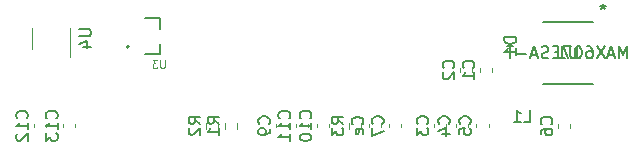
<source format=gbr>
%TF.GenerationSoftware,KiCad,Pcbnew,(5.1.9)-1*%
%TF.CreationDate,2021-03-01T22:37:49-08:00*%
%TF.ProjectId,SD1326_I2C_breakout,53443133-3236-45f4-9932-435f62726561,0.1b*%
%TF.SameCoordinates,Original*%
%TF.FileFunction,Legend,Bot*%
%TF.FilePolarity,Positive*%
%FSLAX46Y46*%
G04 Gerber Fmt 4.6, Leading zero omitted, Abs format (unit mm)*
G04 Created by KiCad (PCBNEW (5.1.9)-1) date 2021-03-01 22:37:49*
%MOMM*%
%LPD*%
G01*
G04 APERTURE LIST*
%ADD10C,0.120000*%
%ADD11C,0.200000*%
%ADD12C,0.127000*%
%ADD13C,0.152400*%
%ADD14C,0.150000*%
%ADD15C,0.015000*%
G04 APERTURE END LIST*
D10*
%TO.C,C13*%
X77220000Y-37343733D02*
X77220000Y-37636267D01*
X76200000Y-37343733D02*
X76200000Y-37636267D01*
%TO.C,U4*%
X76820000Y-29190000D02*
X76820000Y-31640000D01*
X73600000Y-30990000D02*
X73600000Y-29190000D01*
D11*
%TO.C,U3*%
X81780000Y-30820000D02*
G75*
G03*
X81780000Y-30820000I-100000J0D01*
G01*
D12*
X84430000Y-28365000D02*
X84430000Y-29280000D01*
X84430000Y-31445000D02*
X84430000Y-30530000D01*
X83130000Y-28365000D02*
X84430000Y-28365000D01*
X83130000Y-31445000D02*
X84430000Y-31445000D01*
D13*
%TO.C,U1*%
X116810448Y-28696100D02*
X121052248Y-28696100D01*
X121052248Y-33953900D02*
X116810448Y-33953900D01*
D10*
%TO.C,R3*%
X101432500Y-37247776D02*
X101432500Y-37757224D01*
X100387500Y-37247776D02*
X100387500Y-37757224D01*
%TO.C,R2*%
X89332500Y-37235276D02*
X89332500Y-37744724D01*
X88287500Y-37235276D02*
X88287500Y-37744724D01*
%TO.C,R1*%
X90932500Y-37235276D02*
X90932500Y-37744724D01*
X89887500Y-37235276D02*
X89887500Y-37744724D01*
%TO.C,C12*%
X74720000Y-37343733D02*
X74720000Y-37636267D01*
X73700000Y-37343733D02*
X73700000Y-37636267D01*
%TO.C,C11*%
X96920000Y-37343733D02*
X96920000Y-37636267D01*
X95900000Y-37343733D02*
X95900000Y-37636267D01*
%TO.C,C10*%
X98720000Y-37343733D02*
X98720000Y-37636267D01*
X97700000Y-37343733D02*
X97700000Y-37636267D01*
%TO.C,C9*%
X95220000Y-37343733D02*
X95220000Y-37636267D01*
X94200000Y-37343733D02*
X94200000Y-37636267D01*
%TO.C,Ce*%
X103120000Y-37343733D02*
X103120000Y-37636267D01*
X102100000Y-37343733D02*
X102100000Y-37636267D01*
%TO.C,C7*%
X104820000Y-37343733D02*
X104820000Y-37636267D01*
X103800000Y-37343733D02*
X103800000Y-37636267D01*
%TO.C,C6*%
X119120000Y-37381233D02*
X119120000Y-37673767D01*
X118100000Y-37381233D02*
X118100000Y-37673767D01*
%TO.C,C5*%
X112220000Y-37343733D02*
X112220000Y-37636267D01*
X111200000Y-37343733D02*
X111200000Y-37636267D01*
%TO.C,C4*%
X110450000Y-37343733D02*
X110450000Y-37636267D01*
X109430000Y-37343733D02*
X109430000Y-37636267D01*
%TO.C,C3*%
X108620000Y-37343733D02*
X108620000Y-37636267D01*
X107600000Y-37343733D02*
X107600000Y-37636267D01*
%TO.C,C2*%
X110820000Y-32606233D02*
X110820000Y-32898767D01*
X109800000Y-32606233D02*
X109800000Y-32898767D01*
%TO.C,C1*%
X112520000Y-32606233D02*
X112520000Y-32898767D01*
X111500000Y-32606233D02*
X111500000Y-32898767D01*
%TO.C,C13*%
D14*
X75637142Y-36847142D02*
X75684761Y-36799523D01*
X75732380Y-36656666D01*
X75732380Y-36561428D01*
X75684761Y-36418571D01*
X75589523Y-36323333D01*
X75494285Y-36275714D01*
X75303809Y-36228095D01*
X75160952Y-36228095D01*
X74970476Y-36275714D01*
X74875238Y-36323333D01*
X74780000Y-36418571D01*
X74732380Y-36561428D01*
X74732380Y-36656666D01*
X74780000Y-36799523D01*
X74827619Y-36847142D01*
X75732380Y-37799523D02*
X75732380Y-37228095D01*
X75732380Y-37513809D02*
X74732380Y-37513809D01*
X74875238Y-37418571D01*
X74970476Y-37323333D01*
X75018095Y-37228095D01*
X74732380Y-38132857D02*
X74732380Y-38751904D01*
X75113333Y-38418571D01*
X75113333Y-38561428D01*
X75160952Y-38656666D01*
X75208571Y-38704285D01*
X75303809Y-38751904D01*
X75541904Y-38751904D01*
X75637142Y-38704285D01*
X75684761Y-38656666D01*
X75732380Y-38561428D01*
X75732380Y-38275714D01*
X75684761Y-38180476D01*
X75637142Y-38132857D01*
%TO.C,U4*%
X77562380Y-29328095D02*
X78371904Y-29328095D01*
X78467142Y-29375714D01*
X78514761Y-29423333D01*
X78562380Y-29518571D01*
X78562380Y-29709047D01*
X78514761Y-29804285D01*
X78467142Y-29851904D01*
X78371904Y-29899523D01*
X77562380Y-29899523D01*
X77895714Y-30804285D02*
X78562380Y-30804285D01*
X77514761Y-30566190D02*
X78229047Y-30328095D01*
X78229047Y-30947142D01*
%TO.C,U3*%
D15*
X84799619Y-31960923D02*
X84799619Y-32479019D01*
X84769142Y-32539971D01*
X84738666Y-32570447D01*
X84677714Y-32600923D01*
X84555809Y-32600923D01*
X84494857Y-32570447D01*
X84464380Y-32539971D01*
X84433904Y-32479019D01*
X84433904Y-31960923D01*
X84190095Y-31960923D02*
X83793904Y-31960923D01*
X84007238Y-32204733D01*
X83915809Y-32204733D01*
X83854857Y-32235209D01*
X83824380Y-32265685D01*
X83793904Y-32326638D01*
X83793904Y-32479019D01*
X83824380Y-32539971D01*
X83854857Y-32570447D01*
X83915809Y-32600923D01*
X84098666Y-32600923D01*
X84159619Y-32570447D01*
X84190095Y-32539971D01*
%TO.C,U1*%
D14*
X119693252Y-30777380D02*
X119693252Y-31586904D01*
X119645633Y-31682142D01*
X119598014Y-31729761D01*
X119502776Y-31777380D01*
X119312300Y-31777380D01*
X119217062Y-31729761D01*
X119169443Y-31682142D01*
X119121824Y-31586904D01*
X119121824Y-30777380D01*
X118121824Y-31777380D02*
X118693252Y-31777380D01*
X118407538Y-31777380D02*
X118407538Y-30777380D01*
X118502776Y-30920238D01*
X118598014Y-31015476D01*
X118693252Y-31063095D01*
X123955157Y-31777380D02*
X123955157Y-30777380D01*
X123621824Y-31491666D01*
X123288490Y-30777380D01*
X123288490Y-31777380D01*
X122859919Y-31491666D02*
X122383728Y-31491666D01*
X122955157Y-31777380D02*
X122621824Y-30777380D01*
X122288490Y-31777380D01*
X122050395Y-30777380D02*
X121383728Y-31777380D01*
X121383728Y-30777380D02*
X122050395Y-31777380D01*
X120574205Y-30777380D02*
X120764681Y-30777380D01*
X120859919Y-30825000D01*
X120907538Y-30872619D01*
X121002776Y-31015476D01*
X121050395Y-31205952D01*
X121050395Y-31586904D01*
X121002776Y-31682142D01*
X120955157Y-31729761D01*
X120859919Y-31777380D01*
X120669443Y-31777380D01*
X120574205Y-31729761D01*
X120526586Y-31682142D01*
X120478967Y-31586904D01*
X120478967Y-31348809D01*
X120526586Y-31253571D01*
X120574205Y-31205952D01*
X120669443Y-31158333D01*
X120859919Y-31158333D01*
X120955157Y-31205952D01*
X121002776Y-31253571D01*
X121050395Y-31348809D01*
X119859919Y-30777380D02*
X119764681Y-30777380D01*
X119669443Y-30825000D01*
X119621824Y-30872619D01*
X119574205Y-30967857D01*
X119526586Y-31158333D01*
X119526586Y-31396428D01*
X119574205Y-31586904D01*
X119621824Y-31682142D01*
X119669443Y-31729761D01*
X119764681Y-31777380D01*
X119859919Y-31777380D01*
X119955157Y-31729761D01*
X120002776Y-31682142D01*
X120050395Y-31586904D01*
X120098014Y-31396428D01*
X120098014Y-31158333D01*
X120050395Y-30967857D01*
X120002776Y-30872619D01*
X119955157Y-30825000D01*
X119859919Y-30777380D01*
X119193252Y-30777380D02*
X118526586Y-30777380D01*
X118955157Y-31777380D01*
X118145633Y-31253571D02*
X117812300Y-31253571D01*
X117669443Y-31777380D02*
X118145633Y-31777380D01*
X118145633Y-30777380D01*
X117669443Y-30777380D01*
X117288490Y-31729761D02*
X117145633Y-31777380D01*
X116907538Y-31777380D01*
X116812300Y-31729761D01*
X116764681Y-31682142D01*
X116717062Y-31586904D01*
X116717062Y-31491666D01*
X116764681Y-31396428D01*
X116812300Y-31348809D01*
X116907538Y-31301190D01*
X117098014Y-31253571D01*
X117193252Y-31205952D01*
X117240871Y-31158333D01*
X117288490Y-31063095D01*
X117288490Y-30967857D01*
X117240871Y-30872619D01*
X117193252Y-30825000D01*
X117098014Y-30777380D01*
X116859919Y-30777380D01*
X116717062Y-30825000D01*
X116336109Y-31491666D02*
X115859919Y-31491666D01*
X116431348Y-31777380D02*
X116098014Y-30777380D01*
X115764681Y-31777380D01*
X115431348Y-31396428D02*
X114669443Y-31396428D01*
X114336109Y-30777380D02*
X113764681Y-30777380D01*
X114050395Y-31777380D02*
X114050395Y-30777380D01*
X121906698Y-27196780D02*
X121906698Y-27434876D01*
X122144793Y-27339638D02*
X121906698Y-27434876D01*
X121668602Y-27339638D01*
X122049555Y-27625352D02*
X121906698Y-27434876D01*
X121763840Y-27625352D01*
X121906698Y-27196780D02*
X121906698Y-27434876D01*
X122144793Y-27339638D02*
X121906698Y-27434876D01*
X121668602Y-27339638D01*
X122049555Y-27625352D02*
X121906698Y-27434876D01*
X121763840Y-27625352D01*
%TO.C,R3*%
X99932380Y-37335833D02*
X99456190Y-37002500D01*
X99932380Y-36764404D02*
X98932380Y-36764404D01*
X98932380Y-37145357D01*
X98980000Y-37240595D01*
X99027619Y-37288214D01*
X99122857Y-37335833D01*
X99265714Y-37335833D01*
X99360952Y-37288214D01*
X99408571Y-37240595D01*
X99456190Y-37145357D01*
X99456190Y-36764404D01*
X98932380Y-37669166D02*
X98932380Y-38288214D01*
X99313333Y-37954880D01*
X99313333Y-38097738D01*
X99360952Y-38192976D01*
X99408571Y-38240595D01*
X99503809Y-38288214D01*
X99741904Y-38288214D01*
X99837142Y-38240595D01*
X99884761Y-38192976D01*
X99932380Y-38097738D01*
X99932380Y-37812023D01*
X99884761Y-37716785D01*
X99837142Y-37669166D01*
%TO.C,R2*%
X87832380Y-37323333D02*
X87356190Y-36990000D01*
X87832380Y-36751904D02*
X86832380Y-36751904D01*
X86832380Y-37132857D01*
X86880000Y-37228095D01*
X86927619Y-37275714D01*
X87022857Y-37323333D01*
X87165714Y-37323333D01*
X87260952Y-37275714D01*
X87308571Y-37228095D01*
X87356190Y-37132857D01*
X87356190Y-36751904D01*
X86927619Y-37704285D02*
X86880000Y-37751904D01*
X86832380Y-37847142D01*
X86832380Y-38085238D01*
X86880000Y-38180476D01*
X86927619Y-38228095D01*
X87022857Y-38275714D01*
X87118095Y-38275714D01*
X87260952Y-38228095D01*
X87832380Y-37656666D01*
X87832380Y-38275714D01*
%TO.C,R1*%
X89432380Y-37323333D02*
X88956190Y-36990000D01*
X89432380Y-36751904D02*
X88432380Y-36751904D01*
X88432380Y-37132857D01*
X88480000Y-37228095D01*
X88527619Y-37275714D01*
X88622857Y-37323333D01*
X88765714Y-37323333D01*
X88860952Y-37275714D01*
X88908571Y-37228095D01*
X88956190Y-37132857D01*
X88956190Y-36751904D01*
X89432380Y-38275714D02*
X89432380Y-37704285D01*
X89432380Y-37990000D02*
X88432380Y-37990000D01*
X88575238Y-37894761D01*
X88670476Y-37799523D01*
X88718095Y-37704285D01*
%TO.C,L1*%
X115226666Y-37142380D02*
X115702857Y-37142380D01*
X115702857Y-36142380D01*
X114369523Y-37142380D02*
X114940952Y-37142380D01*
X114655238Y-37142380D02*
X114655238Y-36142380D01*
X114750476Y-36285238D01*
X114845714Y-36380476D01*
X114940952Y-36428095D01*
%TO.C,D1*%
X114562380Y-29986904D02*
X113562380Y-29986904D01*
X113562380Y-30225000D01*
X113610000Y-30367857D01*
X113705238Y-30463095D01*
X113800476Y-30510714D01*
X113990952Y-30558333D01*
X114133809Y-30558333D01*
X114324285Y-30510714D01*
X114419523Y-30463095D01*
X114514761Y-30367857D01*
X114562380Y-30225000D01*
X114562380Y-29986904D01*
X114562380Y-31510714D02*
X114562380Y-30939285D01*
X114562380Y-31225000D02*
X113562380Y-31225000D01*
X113705238Y-31129761D01*
X113800476Y-31034523D01*
X113848095Y-30939285D01*
%TO.C,C12*%
X73137142Y-36847142D02*
X73184761Y-36799523D01*
X73232380Y-36656666D01*
X73232380Y-36561428D01*
X73184761Y-36418571D01*
X73089523Y-36323333D01*
X72994285Y-36275714D01*
X72803809Y-36228095D01*
X72660952Y-36228095D01*
X72470476Y-36275714D01*
X72375238Y-36323333D01*
X72280000Y-36418571D01*
X72232380Y-36561428D01*
X72232380Y-36656666D01*
X72280000Y-36799523D01*
X72327619Y-36847142D01*
X73232380Y-37799523D02*
X73232380Y-37228095D01*
X73232380Y-37513809D02*
X72232380Y-37513809D01*
X72375238Y-37418571D01*
X72470476Y-37323333D01*
X72518095Y-37228095D01*
X72327619Y-38180476D02*
X72280000Y-38228095D01*
X72232380Y-38323333D01*
X72232380Y-38561428D01*
X72280000Y-38656666D01*
X72327619Y-38704285D01*
X72422857Y-38751904D01*
X72518095Y-38751904D01*
X72660952Y-38704285D01*
X73232380Y-38132857D01*
X73232380Y-38751904D01*
%TO.C,C11*%
X95337142Y-36847142D02*
X95384761Y-36799523D01*
X95432380Y-36656666D01*
X95432380Y-36561428D01*
X95384761Y-36418571D01*
X95289523Y-36323333D01*
X95194285Y-36275714D01*
X95003809Y-36228095D01*
X94860952Y-36228095D01*
X94670476Y-36275714D01*
X94575238Y-36323333D01*
X94480000Y-36418571D01*
X94432380Y-36561428D01*
X94432380Y-36656666D01*
X94480000Y-36799523D01*
X94527619Y-36847142D01*
X95432380Y-37799523D02*
X95432380Y-37228095D01*
X95432380Y-37513809D02*
X94432380Y-37513809D01*
X94575238Y-37418571D01*
X94670476Y-37323333D01*
X94718095Y-37228095D01*
X95432380Y-38751904D02*
X95432380Y-38180476D01*
X95432380Y-38466190D02*
X94432380Y-38466190D01*
X94575238Y-38370952D01*
X94670476Y-38275714D01*
X94718095Y-38180476D01*
%TO.C,C10*%
X97137142Y-36847142D02*
X97184761Y-36799523D01*
X97232380Y-36656666D01*
X97232380Y-36561428D01*
X97184761Y-36418571D01*
X97089523Y-36323333D01*
X96994285Y-36275714D01*
X96803809Y-36228095D01*
X96660952Y-36228095D01*
X96470476Y-36275714D01*
X96375238Y-36323333D01*
X96280000Y-36418571D01*
X96232380Y-36561428D01*
X96232380Y-36656666D01*
X96280000Y-36799523D01*
X96327619Y-36847142D01*
X97232380Y-37799523D02*
X97232380Y-37228095D01*
X97232380Y-37513809D02*
X96232380Y-37513809D01*
X96375238Y-37418571D01*
X96470476Y-37323333D01*
X96518095Y-37228095D01*
X96232380Y-38418571D02*
X96232380Y-38513809D01*
X96280000Y-38609047D01*
X96327619Y-38656666D01*
X96422857Y-38704285D01*
X96613333Y-38751904D01*
X96851428Y-38751904D01*
X97041904Y-38704285D01*
X97137142Y-38656666D01*
X97184761Y-38609047D01*
X97232380Y-38513809D01*
X97232380Y-38418571D01*
X97184761Y-38323333D01*
X97137142Y-38275714D01*
X97041904Y-38228095D01*
X96851428Y-38180476D01*
X96613333Y-38180476D01*
X96422857Y-38228095D01*
X96327619Y-38275714D01*
X96280000Y-38323333D01*
X96232380Y-38418571D01*
%TO.C,C9*%
X93637142Y-37323333D02*
X93684761Y-37275714D01*
X93732380Y-37132857D01*
X93732380Y-37037619D01*
X93684761Y-36894761D01*
X93589523Y-36799523D01*
X93494285Y-36751904D01*
X93303809Y-36704285D01*
X93160952Y-36704285D01*
X92970476Y-36751904D01*
X92875238Y-36799523D01*
X92780000Y-36894761D01*
X92732380Y-37037619D01*
X92732380Y-37132857D01*
X92780000Y-37275714D01*
X92827619Y-37323333D01*
X93732380Y-37799523D02*
X93732380Y-37990000D01*
X93684761Y-38085238D01*
X93637142Y-38132857D01*
X93494285Y-38228095D01*
X93303809Y-38275714D01*
X92922857Y-38275714D01*
X92827619Y-38228095D01*
X92780000Y-38180476D01*
X92732380Y-38085238D01*
X92732380Y-37894761D01*
X92780000Y-37799523D01*
X92827619Y-37751904D01*
X92922857Y-37704285D01*
X93160952Y-37704285D01*
X93256190Y-37751904D01*
X93303809Y-37799523D01*
X93351428Y-37894761D01*
X93351428Y-38085238D01*
X93303809Y-38180476D01*
X93256190Y-38228095D01*
X93160952Y-38275714D01*
%TO.C,Ce*%
X101537142Y-37370952D02*
X101584761Y-37323333D01*
X101632380Y-37180476D01*
X101632380Y-37085238D01*
X101584761Y-36942380D01*
X101489523Y-36847142D01*
X101394285Y-36799523D01*
X101203809Y-36751904D01*
X101060952Y-36751904D01*
X100870476Y-36799523D01*
X100775238Y-36847142D01*
X100680000Y-36942380D01*
X100632380Y-37085238D01*
X100632380Y-37180476D01*
X100680000Y-37323333D01*
X100727619Y-37370952D01*
X101584761Y-38180476D02*
X101632380Y-38085238D01*
X101632380Y-37894761D01*
X101584761Y-37799523D01*
X101489523Y-37751904D01*
X101108571Y-37751904D01*
X101013333Y-37799523D01*
X100965714Y-37894761D01*
X100965714Y-38085238D01*
X101013333Y-38180476D01*
X101108571Y-38228095D01*
X101203809Y-38228095D01*
X101299047Y-37751904D01*
%TO.C,C7*%
X103237142Y-37323333D02*
X103284761Y-37275714D01*
X103332380Y-37132857D01*
X103332380Y-37037619D01*
X103284761Y-36894761D01*
X103189523Y-36799523D01*
X103094285Y-36751904D01*
X102903809Y-36704285D01*
X102760952Y-36704285D01*
X102570476Y-36751904D01*
X102475238Y-36799523D01*
X102380000Y-36894761D01*
X102332380Y-37037619D01*
X102332380Y-37132857D01*
X102380000Y-37275714D01*
X102427619Y-37323333D01*
X102332380Y-37656666D02*
X102332380Y-38323333D01*
X103332380Y-37894761D01*
%TO.C,C6*%
X117537142Y-37360833D02*
X117584761Y-37313214D01*
X117632380Y-37170357D01*
X117632380Y-37075119D01*
X117584761Y-36932261D01*
X117489523Y-36837023D01*
X117394285Y-36789404D01*
X117203809Y-36741785D01*
X117060952Y-36741785D01*
X116870476Y-36789404D01*
X116775238Y-36837023D01*
X116680000Y-36932261D01*
X116632380Y-37075119D01*
X116632380Y-37170357D01*
X116680000Y-37313214D01*
X116727619Y-37360833D01*
X116632380Y-38217976D02*
X116632380Y-38027500D01*
X116680000Y-37932261D01*
X116727619Y-37884642D01*
X116870476Y-37789404D01*
X117060952Y-37741785D01*
X117441904Y-37741785D01*
X117537142Y-37789404D01*
X117584761Y-37837023D01*
X117632380Y-37932261D01*
X117632380Y-38122738D01*
X117584761Y-38217976D01*
X117537142Y-38265595D01*
X117441904Y-38313214D01*
X117203809Y-38313214D01*
X117108571Y-38265595D01*
X117060952Y-38217976D01*
X117013333Y-38122738D01*
X117013333Y-37932261D01*
X117060952Y-37837023D01*
X117108571Y-37789404D01*
X117203809Y-37741785D01*
%TO.C,C5*%
X110637142Y-37323333D02*
X110684761Y-37275714D01*
X110732380Y-37132857D01*
X110732380Y-37037619D01*
X110684761Y-36894761D01*
X110589523Y-36799523D01*
X110494285Y-36751904D01*
X110303809Y-36704285D01*
X110160952Y-36704285D01*
X109970476Y-36751904D01*
X109875238Y-36799523D01*
X109780000Y-36894761D01*
X109732380Y-37037619D01*
X109732380Y-37132857D01*
X109780000Y-37275714D01*
X109827619Y-37323333D01*
X109732380Y-38228095D02*
X109732380Y-37751904D01*
X110208571Y-37704285D01*
X110160952Y-37751904D01*
X110113333Y-37847142D01*
X110113333Y-38085238D01*
X110160952Y-38180476D01*
X110208571Y-38228095D01*
X110303809Y-38275714D01*
X110541904Y-38275714D01*
X110637142Y-38228095D01*
X110684761Y-38180476D01*
X110732380Y-38085238D01*
X110732380Y-37847142D01*
X110684761Y-37751904D01*
X110637142Y-37704285D01*
%TO.C,C4*%
X108867142Y-37323333D02*
X108914761Y-37275714D01*
X108962380Y-37132857D01*
X108962380Y-37037619D01*
X108914761Y-36894761D01*
X108819523Y-36799523D01*
X108724285Y-36751904D01*
X108533809Y-36704285D01*
X108390952Y-36704285D01*
X108200476Y-36751904D01*
X108105238Y-36799523D01*
X108010000Y-36894761D01*
X107962380Y-37037619D01*
X107962380Y-37132857D01*
X108010000Y-37275714D01*
X108057619Y-37323333D01*
X108295714Y-38180476D02*
X108962380Y-38180476D01*
X107914761Y-37942380D02*
X108629047Y-37704285D01*
X108629047Y-38323333D01*
%TO.C,C3*%
X107037142Y-37323333D02*
X107084761Y-37275714D01*
X107132380Y-37132857D01*
X107132380Y-37037619D01*
X107084761Y-36894761D01*
X106989523Y-36799523D01*
X106894285Y-36751904D01*
X106703809Y-36704285D01*
X106560952Y-36704285D01*
X106370476Y-36751904D01*
X106275238Y-36799523D01*
X106180000Y-36894761D01*
X106132380Y-37037619D01*
X106132380Y-37132857D01*
X106180000Y-37275714D01*
X106227619Y-37323333D01*
X106132380Y-37656666D02*
X106132380Y-38275714D01*
X106513333Y-37942380D01*
X106513333Y-38085238D01*
X106560952Y-38180476D01*
X106608571Y-38228095D01*
X106703809Y-38275714D01*
X106941904Y-38275714D01*
X107037142Y-38228095D01*
X107084761Y-38180476D01*
X107132380Y-38085238D01*
X107132380Y-37799523D01*
X107084761Y-37704285D01*
X107037142Y-37656666D01*
%TO.C,C2*%
X109237142Y-32585833D02*
X109284761Y-32538214D01*
X109332380Y-32395357D01*
X109332380Y-32300119D01*
X109284761Y-32157261D01*
X109189523Y-32062023D01*
X109094285Y-32014404D01*
X108903809Y-31966785D01*
X108760952Y-31966785D01*
X108570476Y-32014404D01*
X108475238Y-32062023D01*
X108380000Y-32157261D01*
X108332380Y-32300119D01*
X108332380Y-32395357D01*
X108380000Y-32538214D01*
X108427619Y-32585833D01*
X108427619Y-32966785D02*
X108380000Y-33014404D01*
X108332380Y-33109642D01*
X108332380Y-33347738D01*
X108380000Y-33442976D01*
X108427619Y-33490595D01*
X108522857Y-33538214D01*
X108618095Y-33538214D01*
X108760952Y-33490595D01*
X109332380Y-32919166D01*
X109332380Y-33538214D01*
%TO.C,C1*%
X110937142Y-32585833D02*
X110984761Y-32538214D01*
X111032380Y-32395357D01*
X111032380Y-32300119D01*
X110984761Y-32157261D01*
X110889523Y-32062023D01*
X110794285Y-32014404D01*
X110603809Y-31966785D01*
X110460952Y-31966785D01*
X110270476Y-32014404D01*
X110175238Y-32062023D01*
X110080000Y-32157261D01*
X110032380Y-32300119D01*
X110032380Y-32395357D01*
X110080000Y-32538214D01*
X110127619Y-32585833D01*
X111032380Y-33538214D02*
X111032380Y-32966785D01*
X111032380Y-33252500D02*
X110032380Y-33252500D01*
X110175238Y-33157261D01*
X110270476Y-33062023D01*
X110318095Y-32966785D01*
%TD*%
M02*

</source>
